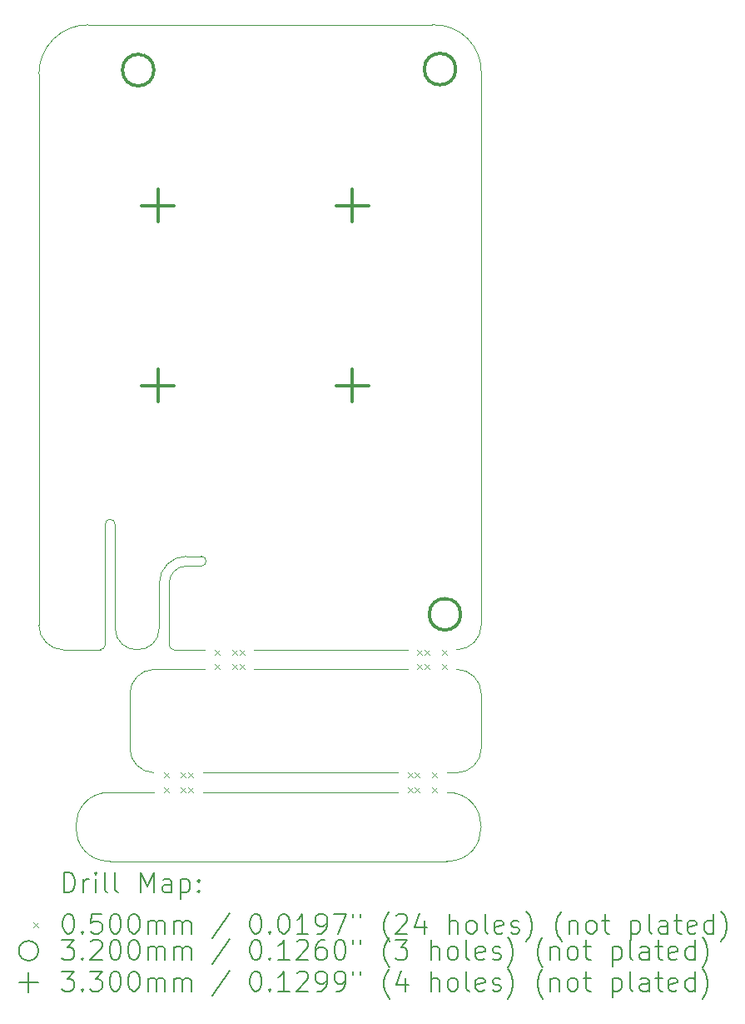
<source format=gbr>
%FSLAX45Y45*%
G04 Gerber Fmt 4.5, Leading zero omitted, Abs format (unit mm)*
G04 Created by KiCad (PCBNEW (6.0.2)) date 2022-08-02 15:31:20*
%MOMM*%
%LPD*%
G01*
G04 APERTURE LIST*
%TA.AperFunction,Profile*%
%ADD10C,0.100000*%
%TD*%
%ADD11C,0.200000*%
%ADD12C,0.050000*%
%ADD13C,0.320000*%
%ADD14C,0.330000*%
G04 APERTURE END LIST*
D10*
X14500000Y-10500000D02*
X14500000Y-16100000D01*
X12190000Y-16550000D02*
X13750000Y-16550000D01*
X10500000Y-10000000D02*
G75*
G03*
X10000000Y-10500000I0J-500000D01*
G01*
X10775000Y-16125000D02*
X10775000Y-15075000D01*
X10625000Y-16350000D02*
G75*
G03*
X10675000Y-16300000I0J50000D01*
G01*
X10000000Y-16100000D02*
X10000000Y-10500000D01*
X11650000Y-15500000D02*
G75*
G03*
X11650000Y-15400000I0J50000D01*
G01*
X10925000Y-17350000D02*
X10925000Y-16800000D01*
X11690000Y-16350000D02*
X11375000Y-16350000D01*
X11500000Y-15500000D02*
X11650000Y-15500000D01*
X11670000Y-17800000D02*
X13650000Y-17800000D01*
X10925000Y-17350000D02*
G75*
G03*
X11170000Y-17600000I250051J0D01*
G01*
X11690000Y-16550000D02*
X11175000Y-16550000D01*
X10725000Y-17800000D02*
G75*
G03*
X10725000Y-18500000I0J-350000D01*
G01*
X13650000Y-17600000D02*
X11670000Y-17600000D01*
X11325000Y-16300000D02*
G75*
G03*
X11375000Y-16350000I50000J0D01*
G01*
X11325000Y-16300000D02*
X11325000Y-15800000D01*
X13750000Y-16350000D02*
X12190000Y-16350000D01*
X11170000Y-17800000D02*
X10725000Y-17800000D01*
X14250000Y-16350000D02*
G75*
G03*
X14500000Y-16100000I0J250000D01*
G01*
X14500000Y-10500000D02*
G75*
G03*
X14000000Y-10000000I-476686J23314D01*
G01*
X11500000Y-15500000D02*
G75*
G03*
X11325000Y-15675000I0J-175000D01*
G01*
X11175000Y-16550000D02*
G75*
G03*
X10925000Y-16800000I0J-250000D01*
G01*
X14250000Y-17600000D02*
G75*
G03*
X14500000Y-17350000I0J250000D01*
G01*
X14500000Y-16800000D02*
G75*
G03*
X14250000Y-16550000I-250000J0D01*
G01*
X11225000Y-16125000D02*
X11225000Y-15675000D01*
X11650000Y-15400000D02*
X11500000Y-15400000D01*
X10500000Y-10000000D02*
X14000000Y-10000000D01*
X14500000Y-16800000D02*
X14500000Y-17350000D01*
X10000000Y-16100000D02*
G75*
G03*
X10250000Y-16350000I250000J0D01*
G01*
X11325000Y-15675000D02*
X11325000Y-15800000D01*
X10675000Y-15075000D02*
X10675000Y-16300000D01*
X10775000Y-15075000D02*
G75*
G03*
X10675000Y-15075000I-50000J0D01*
G01*
X10250000Y-16350000D02*
X10625000Y-16350000D01*
X10775000Y-16125000D02*
G75*
G03*
X11225000Y-16125000I225000J0D01*
G01*
X10725000Y-18500000D02*
X14148500Y-18500000D01*
X14148500Y-18500000D02*
G75*
G03*
X14150000Y-17800000I0J350002D01*
G01*
X11500000Y-15400000D02*
G75*
G03*
X11225000Y-15675000I0J-275000D01*
G01*
X14250000Y-17600000D02*
X14150000Y-17600000D01*
D11*
D12*
X11270000Y-17600000D02*
X11320000Y-17650000D01*
X11320000Y-17600000D02*
X11270000Y-17650000D01*
X11270000Y-17750000D02*
X11320000Y-17800000D01*
X11320000Y-17750000D02*
X11270000Y-17800000D01*
X11445000Y-17600000D02*
X11495000Y-17650000D01*
X11495000Y-17600000D02*
X11445000Y-17650000D01*
X11445000Y-17750000D02*
X11495000Y-17800000D01*
X11495000Y-17750000D02*
X11445000Y-17800000D01*
X11520000Y-17600000D02*
X11570000Y-17650000D01*
X11570000Y-17600000D02*
X11520000Y-17650000D01*
X11520000Y-17750000D02*
X11570000Y-17800000D01*
X11570000Y-17750000D02*
X11520000Y-17800000D01*
X11790000Y-16350000D02*
X11840000Y-16400000D01*
X11840000Y-16350000D02*
X11790000Y-16400000D01*
X11790000Y-16500000D02*
X11840000Y-16550000D01*
X11840000Y-16500000D02*
X11790000Y-16550000D01*
X11965000Y-16350000D02*
X12015000Y-16400000D01*
X12015000Y-16350000D02*
X11965000Y-16400000D01*
X11965000Y-16500000D02*
X12015000Y-16550000D01*
X12015000Y-16500000D02*
X11965000Y-16550000D01*
X12040000Y-16350000D02*
X12090000Y-16400000D01*
X12090000Y-16350000D02*
X12040000Y-16400000D01*
X12040000Y-16500000D02*
X12090000Y-16550000D01*
X12090000Y-16500000D02*
X12040000Y-16550000D01*
X13750000Y-17600000D02*
X13800000Y-17650000D01*
X13800000Y-17600000D02*
X13750000Y-17650000D01*
X13750000Y-17750000D02*
X13800000Y-17800000D01*
X13800000Y-17750000D02*
X13750000Y-17800000D01*
X13825000Y-17600000D02*
X13875000Y-17650000D01*
X13875000Y-17600000D02*
X13825000Y-17650000D01*
X13825000Y-17750000D02*
X13875000Y-17800000D01*
X13875000Y-17750000D02*
X13825000Y-17800000D01*
X13850000Y-16350000D02*
X13900000Y-16400000D01*
X13900000Y-16350000D02*
X13850000Y-16400000D01*
X13850000Y-16500000D02*
X13900000Y-16550000D01*
X13900000Y-16500000D02*
X13850000Y-16550000D01*
X13925000Y-16350000D02*
X13975000Y-16400000D01*
X13975000Y-16350000D02*
X13925000Y-16400000D01*
X13925000Y-16500000D02*
X13975000Y-16550000D01*
X13975000Y-16500000D02*
X13925000Y-16550000D01*
X14000000Y-17600000D02*
X14050000Y-17650000D01*
X14050000Y-17600000D02*
X14000000Y-17650000D01*
X14000000Y-17750000D02*
X14050000Y-17800000D01*
X14050000Y-17750000D02*
X14000000Y-17800000D01*
X14100000Y-16350000D02*
X14150000Y-16400000D01*
X14150000Y-16350000D02*
X14100000Y-16400000D01*
X14100000Y-16500000D02*
X14150000Y-16550000D01*
X14150000Y-16500000D02*
X14100000Y-16550000D01*
D13*
X11170000Y-10460000D02*
G75*
G03*
X11170000Y-10460000I-160000J0D01*
G01*
X14240000Y-10450000D02*
G75*
G03*
X14240000Y-10450000I-160000J0D01*
G01*
X14290000Y-15990000D02*
G75*
G03*
X14290000Y-15990000I-160000J0D01*
G01*
D14*
X11210000Y-11670000D02*
X11210000Y-12000000D01*
X11045000Y-11835000D02*
X11375000Y-11835000D01*
X11210000Y-13500000D02*
X11210000Y-13830000D01*
X11045000Y-13665000D02*
X11375000Y-13665000D01*
X13190000Y-11670000D02*
X13190000Y-12000000D01*
X13025000Y-11835000D02*
X13355000Y-11835000D01*
X13190000Y-13500000D02*
X13190000Y-13830000D01*
X13025000Y-13665000D02*
X13355000Y-13665000D01*
D11*
X10252619Y-18815476D02*
X10252619Y-18615476D01*
X10300238Y-18615476D01*
X10328810Y-18625000D01*
X10347857Y-18644048D01*
X10357381Y-18663095D01*
X10366905Y-18701190D01*
X10366905Y-18729762D01*
X10357381Y-18767857D01*
X10347857Y-18786905D01*
X10328810Y-18805952D01*
X10300238Y-18815476D01*
X10252619Y-18815476D01*
X10452619Y-18815476D02*
X10452619Y-18682143D01*
X10452619Y-18720238D02*
X10462143Y-18701190D01*
X10471667Y-18691667D01*
X10490714Y-18682143D01*
X10509762Y-18682143D01*
X10576429Y-18815476D02*
X10576429Y-18682143D01*
X10576429Y-18615476D02*
X10566905Y-18625000D01*
X10576429Y-18634524D01*
X10585952Y-18625000D01*
X10576429Y-18615476D01*
X10576429Y-18634524D01*
X10700238Y-18815476D02*
X10681190Y-18805952D01*
X10671667Y-18786905D01*
X10671667Y-18615476D01*
X10805000Y-18815476D02*
X10785952Y-18805952D01*
X10776429Y-18786905D01*
X10776429Y-18615476D01*
X11033571Y-18815476D02*
X11033571Y-18615476D01*
X11100238Y-18758333D01*
X11166905Y-18615476D01*
X11166905Y-18815476D01*
X11347857Y-18815476D02*
X11347857Y-18710714D01*
X11338333Y-18691667D01*
X11319286Y-18682143D01*
X11281190Y-18682143D01*
X11262143Y-18691667D01*
X11347857Y-18805952D02*
X11328809Y-18815476D01*
X11281190Y-18815476D01*
X11262143Y-18805952D01*
X11252619Y-18786905D01*
X11252619Y-18767857D01*
X11262143Y-18748810D01*
X11281190Y-18739286D01*
X11328809Y-18739286D01*
X11347857Y-18729762D01*
X11443095Y-18682143D02*
X11443095Y-18882143D01*
X11443095Y-18691667D02*
X11462143Y-18682143D01*
X11500238Y-18682143D01*
X11519286Y-18691667D01*
X11528809Y-18701190D01*
X11538333Y-18720238D01*
X11538333Y-18777381D01*
X11528809Y-18796429D01*
X11519286Y-18805952D01*
X11500238Y-18815476D01*
X11462143Y-18815476D01*
X11443095Y-18805952D01*
X11624048Y-18796429D02*
X11633571Y-18805952D01*
X11624048Y-18815476D01*
X11614524Y-18805952D01*
X11624048Y-18796429D01*
X11624048Y-18815476D01*
X11624048Y-18691667D02*
X11633571Y-18701190D01*
X11624048Y-18710714D01*
X11614524Y-18701190D01*
X11624048Y-18691667D01*
X11624048Y-18710714D01*
D12*
X9945000Y-19120000D02*
X9995000Y-19170000D01*
X9995000Y-19120000D02*
X9945000Y-19170000D01*
D11*
X10290714Y-19035476D02*
X10309762Y-19035476D01*
X10328810Y-19045000D01*
X10338333Y-19054524D01*
X10347857Y-19073571D01*
X10357381Y-19111667D01*
X10357381Y-19159286D01*
X10347857Y-19197381D01*
X10338333Y-19216429D01*
X10328810Y-19225952D01*
X10309762Y-19235476D01*
X10290714Y-19235476D01*
X10271667Y-19225952D01*
X10262143Y-19216429D01*
X10252619Y-19197381D01*
X10243095Y-19159286D01*
X10243095Y-19111667D01*
X10252619Y-19073571D01*
X10262143Y-19054524D01*
X10271667Y-19045000D01*
X10290714Y-19035476D01*
X10443095Y-19216429D02*
X10452619Y-19225952D01*
X10443095Y-19235476D01*
X10433571Y-19225952D01*
X10443095Y-19216429D01*
X10443095Y-19235476D01*
X10633571Y-19035476D02*
X10538333Y-19035476D01*
X10528810Y-19130714D01*
X10538333Y-19121190D01*
X10557381Y-19111667D01*
X10605000Y-19111667D01*
X10624048Y-19121190D01*
X10633571Y-19130714D01*
X10643095Y-19149762D01*
X10643095Y-19197381D01*
X10633571Y-19216429D01*
X10624048Y-19225952D01*
X10605000Y-19235476D01*
X10557381Y-19235476D01*
X10538333Y-19225952D01*
X10528810Y-19216429D01*
X10766905Y-19035476D02*
X10785952Y-19035476D01*
X10805000Y-19045000D01*
X10814524Y-19054524D01*
X10824048Y-19073571D01*
X10833571Y-19111667D01*
X10833571Y-19159286D01*
X10824048Y-19197381D01*
X10814524Y-19216429D01*
X10805000Y-19225952D01*
X10785952Y-19235476D01*
X10766905Y-19235476D01*
X10747857Y-19225952D01*
X10738333Y-19216429D01*
X10728810Y-19197381D01*
X10719286Y-19159286D01*
X10719286Y-19111667D01*
X10728810Y-19073571D01*
X10738333Y-19054524D01*
X10747857Y-19045000D01*
X10766905Y-19035476D01*
X10957381Y-19035476D02*
X10976429Y-19035476D01*
X10995476Y-19045000D01*
X11005000Y-19054524D01*
X11014524Y-19073571D01*
X11024048Y-19111667D01*
X11024048Y-19159286D01*
X11014524Y-19197381D01*
X11005000Y-19216429D01*
X10995476Y-19225952D01*
X10976429Y-19235476D01*
X10957381Y-19235476D01*
X10938333Y-19225952D01*
X10928810Y-19216429D01*
X10919286Y-19197381D01*
X10909762Y-19159286D01*
X10909762Y-19111667D01*
X10919286Y-19073571D01*
X10928810Y-19054524D01*
X10938333Y-19045000D01*
X10957381Y-19035476D01*
X11109762Y-19235476D02*
X11109762Y-19102143D01*
X11109762Y-19121190D02*
X11119286Y-19111667D01*
X11138333Y-19102143D01*
X11166905Y-19102143D01*
X11185952Y-19111667D01*
X11195476Y-19130714D01*
X11195476Y-19235476D01*
X11195476Y-19130714D02*
X11205000Y-19111667D01*
X11224048Y-19102143D01*
X11252619Y-19102143D01*
X11271667Y-19111667D01*
X11281190Y-19130714D01*
X11281190Y-19235476D01*
X11376428Y-19235476D02*
X11376428Y-19102143D01*
X11376428Y-19121190D02*
X11385952Y-19111667D01*
X11405000Y-19102143D01*
X11433571Y-19102143D01*
X11452619Y-19111667D01*
X11462143Y-19130714D01*
X11462143Y-19235476D01*
X11462143Y-19130714D02*
X11471667Y-19111667D01*
X11490714Y-19102143D01*
X11519286Y-19102143D01*
X11538333Y-19111667D01*
X11547857Y-19130714D01*
X11547857Y-19235476D01*
X11938333Y-19025952D02*
X11766905Y-19283095D01*
X12195476Y-19035476D02*
X12214524Y-19035476D01*
X12233571Y-19045000D01*
X12243095Y-19054524D01*
X12252619Y-19073571D01*
X12262143Y-19111667D01*
X12262143Y-19159286D01*
X12252619Y-19197381D01*
X12243095Y-19216429D01*
X12233571Y-19225952D01*
X12214524Y-19235476D01*
X12195476Y-19235476D01*
X12176428Y-19225952D01*
X12166905Y-19216429D01*
X12157381Y-19197381D01*
X12147857Y-19159286D01*
X12147857Y-19111667D01*
X12157381Y-19073571D01*
X12166905Y-19054524D01*
X12176428Y-19045000D01*
X12195476Y-19035476D01*
X12347857Y-19216429D02*
X12357381Y-19225952D01*
X12347857Y-19235476D01*
X12338333Y-19225952D01*
X12347857Y-19216429D01*
X12347857Y-19235476D01*
X12481190Y-19035476D02*
X12500238Y-19035476D01*
X12519286Y-19045000D01*
X12528809Y-19054524D01*
X12538333Y-19073571D01*
X12547857Y-19111667D01*
X12547857Y-19159286D01*
X12538333Y-19197381D01*
X12528809Y-19216429D01*
X12519286Y-19225952D01*
X12500238Y-19235476D01*
X12481190Y-19235476D01*
X12462143Y-19225952D01*
X12452619Y-19216429D01*
X12443095Y-19197381D01*
X12433571Y-19159286D01*
X12433571Y-19111667D01*
X12443095Y-19073571D01*
X12452619Y-19054524D01*
X12462143Y-19045000D01*
X12481190Y-19035476D01*
X12738333Y-19235476D02*
X12624048Y-19235476D01*
X12681190Y-19235476D02*
X12681190Y-19035476D01*
X12662143Y-19064048D01*
X12643095Y-19083095D01*
X12624048Y-19092619D01*
X12833571Y-19235476D02*
X12871667Y-19235476D01*
X12890714Y-19225952D01*
X12900238Y-19216429D01*
X12919286Y-19187857D01*
X12928809Y-19149762D01*
X12928809Y-19073571D01*
X12919286Y-19054524D01*
X12909762Y-19045000D01*
X12890714Y-19035476D01*
X12852619Y-19035476D01*
X12833571Y-19045000D01*
X12824048Y-19054524D01*
X12814524Y-19073571D01*
X12814524Y-19121190D01*
X12824048Y-19140238D01*
X12833571Y-19149762D01*
X12852619Y-19159286D01*
X12890714Y-19159286D01*
X12909762Y-19149762D01*
X12919286Y-19140238D01*
X12928809Y-19121190D01*
X12995476Y-19035476D02*
X13128809Y-19035476D01*
X13043095Y-19235476D01*
X13195476Y-19035476D02*
X13195476Y-19073571D01*
X13271667Y-19035476D02*
X13271667Y-19073571D01*
X13566905Y-19311667D02*
X13557381Y-19302143D01*
X13538333Y-19273571D01*
X13528809Y-19254524D01*
X13519286Y-19225952D01*
X13509762Y-19178333D01*
X13509762Y-19140238D01*
X13519286Y-19092619D01*
X13528809Y-19064048D01*
X13538333Y-19045000D01*
X13557381Y-19016429D01*
X13566905Y-19006905D01*
X13633571Y-19054524D02*
X13643095Y-19045000D01*
X13662143Y-19035476D01*
X13709762Y-19035476D01*
X13728809Y-19045000D01*
X13738333Y-19054524D01*
X13747857Y-19073571D01*
X13747857Y-19092619D01*
X13738333Y-19121190D01*
X13624048Y-19235476D01*
X13747857Y-19235476D01*
X13919286Y-19102143D02*
X13919286Y-19235476D01*
X13871667Y-19025952D02*
X13824048Y-19168810D01*
X13947857Y-19168810D01*
X14176428Y-19235476D02*
X14176428Y-19035476D01*
X14262143Y-19235476D02*
X14262143Y-19130714D01*
X14252619Y-19111667D01*
X14233571Y-19102143D01*
X14205000Y-19102143D01*
X14185952Y-19111667D01*
X14176428Y-19121190D01*
X14385952Y-19235476D02*
X14366905Y-19225952D01*
X14357381Y-19216429D01*
X14347857Y-19197381D01*
X14347857Y-19140238D01*
X14357381Y-19121190D01*
X14366905Y-19111667D01*
X14385952Y-19102143D01*
X14414524Y-19102143D01*
X14433571Y-19111667D01*
X14443095Y-19121190D01*
X14452619Y-19140238D01*
X14452619Y-19197381D01*
X14443095Y-19216429D01*
X14433571Y-19225952D01*
X14414524Y-19235476D01*
X14385952Y-19235476D01*
X14566905Y-19235476D02*
X14547857Y-19225952D01*
X14538333Y-19206905D01*
X14538333Y-19035476D01*
X14719286Y-19225952D02*
X14700238Y-19235476D01*
X14662143Y-19235476D01*
X14643095Y-19225952D01*
X14633571Y-19206905D01*
X14633571Y-19130714D01*
X14643095Y-19111667D01*
X14662143Y-19102143D01*
X14700238Y-19102143D01*
X14719286Y-19111667D01*
X14728809Y-19130714D01*
X14728809Y-19149762D01*
X14633571Y-19168810D01*
X14805000Y-19225952D02*
X14824048Y-19235476D01*
X14862143Y-19235476D01*
X14881190Y-19225952D01*
X14890714Y-19206905D01*
X14890714Y-19197381D01*
X14881190Y-19178333D01*
X14862143Y-19168810D01*
X14833571Y-19168810D01*
X14814524Y-19159286D01*
X14805000Y-19140238D01*
X14805000Y-19130714D01*
X14814524Y-19111667D01*
X14833571Y-19102143D01*
X14862143Y-19102143D01*
X14881190Y-19111667D01*
X14957381Y-19311667D02*
X14966905Y-19302143D01*
X14985952Y-19273571D01*
X14995476Y-19254524D01*
X15005000Y-19225952D01*
X15014524Y-19178333D01*
X15014524Y-19140238D01*
X15005000Y-19092619D01*
X14995476Y-19064048D01*
X14985952Y-19045000D01*
X14966905Y-19016429D01*
X14957381Y-19006905D01*
X15319286Y-19311667D02*
X15309762Y-19302143D01*
X15290714Y-19273571D01*
X15281190Y-19254524D01*
X15271667Y-19225952D01*
X15262143Y-19178333D01*
X15262143Y-19140238D01*
X15271667Y-19092619D01*
X15281190Y-19064048D01*
X15290714Y-19045000D01*
X15309762Y-19016429D01*
X15319286Y-19006905D01*
X15395476Y-19102143D02*
X15395476Y-19235476D01*
X15395476Y-19121190D02*
X15405000Y-19111667D01*
X15424048Y-19102143D01*
X15452619Y-19102143D01*
X15471667Y-19111667D01*
X15481190Y-19130714D01*
X15481190Y-19235476D01*
X15605000Y-19235476D02*
X15585952Y-19225952D01*
X15576428Y-19216429D01*
X15566905Y-19197381D01*
X15566905Y-19140238D01*
X15576428Y-19121190D01*
X15585952Y-19111667D01*
X15605000Y-19102143D01*
X15633571Y-19102143D01*
X15652619Y-19111667D01*
X15662143Y-19121190D01*
X15671667Y-19140238D01*
X15671667Y-19197381D01*
X15662143Y-19216429D01*
X15652619Y-19225952D01*
X15633571Y-19235476D01*
X15605000Y-19235476D01*
X15728809Y-19102143D02*
X15805000Y-19102143D01*
X15757381Y-19035476D02*
X15757381Y-19206905D01*
X15766905Y-19225952D01*
X15785952Y-19235476D01*
X15805000Y-19235476D01*
X16024048Y-19102143D02*
X16024048Y-19302143D01*
X16024048Y-19111667D02*
X16043095Y-19102143D01*
X16081190Y-19102143D01*
X16100238Y-19111667D01*
X16109762Y-19121190D01*
X16119286Y-19140238D01*
X16119286Y-19197381D01*
X16109762Y-19216429D01*
X16100238Y-19225952D01*
X16081190Y-19235476D01*
X16043095Y-19235476D01*
X16024048Y-19225952D01*
X16233571Y-19235476D02*
X16214524Y-19225952D01*
X16205000Y-19206905D01*
X16205000Y-19035476D01*
X16395476Y-19235476D02*
X16395476Y-19130714D01*
X16385952Y-19111667D01*
X16366905Y-19102143D01*
X16328809Y-19102143D01*
X16309762Y-19111667D01*
X16395476Y-19225952D02*
X16376428Y-19235476D01*
X16328809Y-19235476D01*
X16309762Y-19225952D01*
X16300238Y-19206905D01*
X16300238Y-19187857D01*
X16309762Y-19168810D01*
X16328809Y-19159286D01*
X16376428Y-19159286D01*
X16395476Y-19149762D01*
X16462143Y-19102143D02*
X16538333Y-19102143D01*
X16490714Y-19035476D02*
X16490714Y-19206905D01*
X16500238Y-19225952D01*
X16519286Y-19235476D01*
X16538333Y-19235476D01*
X16681190Y-19225952D02*
X16662143Y-19235476D01*
X16624048Y-19235476D01*
X16605000Y-19225952D01*
X16595476Y-19206905D01*
X16595476Y-19130714D01*
X16605000Y-19111667D01*
X16624048Y-19102143D01*
X16662143Y-19102143D01*
X16681190Y-19111667D01*
X16690714Y-19130714D01*
X16690714Y-19149762D01*
X16595476Y-19168810D01*
X16862143Y-19235476D02*
X16862143Y-19035476D01*
X16862143Y-19225952D02*
X16843095Y-19235476D01*
X16805000Y-19235476D01*
X16785952Y-19225952D01*
X16776428Y-19216429D01*
X16766905Y-19197381D01*
X16766905Y-19140238D01*
X16776428Y-19121190D01*
X16785952Y-19111667D01*
X16805000Y-19102143D01*
X16843095Y-19102143D01*
X16862143Y-19111667D01*
X16938333Y-19311667D02*
X16947857Y-19302143D01*
X16966905Y-19273571D01*
X16976429Y-19254524D01*
X16985952Y-19225952D01*
X16995476Y-19178333D01*
X16995476Y-19140238D01*
X16985952Y-19092619D01*
X16976429Y-19064048D01*
X16966905Y-19045000D01*
X16947857Y-19016429D01*
X16938333Y-19006905D01*
X9995000Y-19409000D02*
G75*
G03*
X9995000Y-19409000I-100000J0D01*
G01*
X10233571Y-19299476D02*
X10357381Y-19299476D01*
X10290714Y-19375667D01*
X10319286Y-19375667D01*
X10338333Y-19385190D01*
X10347857Y-19394714D01*
X10357381Y-19413762D01*
X10357381Y-19461381D01*
X10347857Y-19480429D01*
X10338333Y-19489952D01*
X10319286Y-19499476D01*
X10262143Y-19499476D01*
X10243095Y-19489952D01*
X10233571Y-19480429D01*
X10443095Y-19480429D02*
X10452619Y-19489952D01*
X10443095Y-19499476D01*
X10433571Y-19489952D01*
X10443095Y-19480429D01*
X10443095Y-19499476D01*
X10528810Y-19318524D02*
X10538333Y-19309000D01*
X10557381Y-19299476D01*
X10605000Y-19299476D01*
X10624048Y-19309000D01*
X10633571Y-19318524D01*
X10643095Y-19337571D01*
X10643095Y-19356619D01*
X10633571Y-19385190D01*
X10519286Y-19499476D01*
X10643095Y-19499476D01*
X10766905Y-19299476D02*
X10785952Y-19299476D01*
X10805000Y-19309000D01*
X10814524Y-19318524D01*
X10824048Y-19337571D01*
X10833571Y-19375667D01*
X10833571Y-19423286D01*
X10824048Y-19461381D01*
X10814524Y-19480429D01*
X10805000Y-19489952D01*
X10785952Y-19499476D01*
X10766905Y-19499476D01*
X10747857Y-19489952D01*
X10738333Y-19480429D01*
X10728810Y-19461381D01*
X10719286Y-19423286D01*
X10719286Y-19375667D01*
X10728810Y-19337571D01*
X10738333Y-19318524D01*
X10747857Y-19309000D01*
X10766905Y-19299476D01*
X10957381Y-19299476D02*
X10976429Y-19299476D01*
X10995476Y-19309000D01*
X11005000Y-19318524D01*
X11014524Y-19337571D01*
X11024048Y-19375667D01*
X11024048Y-19423286D01*
X11014524Y-19461381D01*
X11005000Y-19480429D01*
X10995476Y-19489952D01*
X10976429Y-19499476D01*
X10957381Y-19499476D01*
X10938333Y-19489952D01*
X10928810Y-19480429D01*
X10919286Y-19461381D01*
X10909762Y-19423286D01*
X10909762Y-19375667D01*
X10919286Y-19337571D01*
X10928810Y-19318524D01*
X10938333Y-19309000D01*
X10957381Y-19299476D01*
X11109762Y-19499476D02*
X11109762Y-19366143D01*
X11109762Y-19385190D02*
X11119286Y-19375667D01*
X11138333Y-19366143D01*
X11166905Y-19366143D01*
X11185952Y-19375667D01*
X11195476Y-19394714D01*
X11195476Y-19499476D01*
X11195476Y-19394714D02*
X11205000Y-19375667D01*
X11224048Y-19366143D01*
X11252619Y-19366143D01*
X11271667Y-19375667D01*
X11281190Y-19394714D01*
X11281190Y-19499476D01*
X11376428Y-19499476D02*
X11376428Y-19366143D01*
X11376428Y-19385190D02*
X11385952Y-19375667D01*
X11405000Y-19366143D01*
X11433571Y-19366143D01*
X11452619Y-19375667D01*
X11462143Y-19394714D01*
X11462143Y-19499476D01*
X11462143Y-19394714D02*
X11471667Y-19375667D01*
X11490714Y-19366143D01*
X11519286Y-19366143D01*
X11538333Y-19375667D01*
X11547857Y-19394714D01*
X11547857Y-19499476D01*
X11938333Y-19289952D02*
X11766905Y-19547095D01*
X12195476Y-19299476D02*
X12214524Y-19299476D01*
X12233571Y-19309000D01*
X12243095Y-19318524D01*
X12252619Y-19337571D01*
X12262143Y-19375667D01*
X12262143Y-19423286D01*
X12252619Y-19461381D01*
X12243095Y-19480429D01*
X12233571Y-19489952D01*
X12214524Y-19499476D01*
X12195476Y-19499476D01*
X12176428Y-19489952D01*
X12166905Y-19480429D01*
X12157381Y-19461381D01*
X12147857Y-19423286D01*
X12147857Y-19375667D01*
X12157381Y-19337571D01*
X12166905Y-19318524D01*
X12176428Y-19309000D01*
X12195476Y-19299476D01*
X12347857Y-19480429D02*
X12357381Y-19489952D01*
X12347857Y-19499476D01*
X12338333Y-19489952D01*
X12347857Y-19480429D01*
X12347857Y-19499476D01*
X12547857Y-19499476D02*
X12433571Y-19499476D01*
X12490714Y-19499476D02*
X12490714Y-19299476D01*
X12471667Y-19328048D01*
X12452619Y-19347095D01*
X12433571Y-19356619D01*
X12624048Y-19318524D02*
X12633571Y-19309000D01*
X12652619Y-19299476D01*
X12700238Y-19299476D01*
X12719286Y-19309000D01*
X12728809Y-19318524D01*
X12738333Y-19337571D01*
X12738333Y-19356619D01*
X12728809Y-19385190D01*
X12614524Y-19499476D01*
X12738333Y-19499476D01*
X12909762Y-19299476D02*
X12871667Y-19299476D01*
X12852619Y-19309000D01*
X12843095Y-19318524D01*
X12824048Y-19347095D01*
X12814524Y-19385190D01*
X12814524Y-19461381D01*
X12824048Y-19480429D01*
X12833571Y-19489952D01*
X12852619Y-19499476D01*
X12890714Y-19499476D01*
X12909762Y-19489952D01*
X12919286Y-19480429D01*
X12928809Y-19461381D01*
X12928809Y-19413762D01*
X12919286Y-19394714D01*
X12909762Y-19385190D01*
X12890714Y-19375667D01*
X12852619Y-19375667D01*
X12833571Y-19385190D01*
X12824048Y-19394714D01*
X12814524Y-19413762D01*
X13052619Y-19299476D02*
X13071667Y-19299476D01*
X13090714Y-19309000D01*
X13100238Y-19318524D01*
X13109762Y-19337571D01*
X13119286Y-19375667D01*
X13119286Y-19423286D01*
X13109762Y-19461381D01*
X13100238Y-19480429D01*
X13090714Y-19489952D01*
X13071667Y-19499476D01*
X13052619Y-19499476D01*
X13033571Y-19489952D01*
X13024048Y-19480429D01*
X13014524Y-19461381D01*
X13005000Y-19423286D01*
X13005000Y-19375667D01*
X13014524Y-19337571D01*
X13024048Y-19318524D01*
X13033571Y-19309000D01*
X13052619Y-19299476D01*
X13195476Y-19299476D02*
X13195476Y-19337571D01*
X13271667Y-19299476D02*
X13271667Y-19337571D01*
X13566905Y-19575667D02*
X13557381Y-19566143D01*
X13538333Y-19537571D01*
X13528809Y-19518524D01*
X13519286Y-19489952D01*
X13509762Y-19442333D01*
X13509762Y-19404238D01*
X13519286Y-19356619D01*
X13528809Y-19328048D01*
X13538333Y-19309000D01*
X13557381Y-19280429D01*
X13566905Y-19270905D01*
X13624048Y-19299476D02*
X13747857Y-19299476D01*
X13681190Y-19375667D01*
X13709762Y-19375667D01*
X13728809Y-19385190D01*
X13738333Y-19394714D01*
X13747857Y-19413762D01*
X13747857Y-19461381D01*
X13738333Y-19480429D01*
X13728809Y-19489952D01*
X13709762Y-19499476D01*
X13652619Y-19499476D01*
X13633571Y-19489952D01*
X13624048Y-19480429D01*
X13985952Y-19499476D02*
X13985952Y-19299476D01*
X14071667Y-19499476D02*
X14071667Y-19394714D01*
X14062143Y-19375667D01*
X14043095Y-19366143D01*
X14014524Y-19366143D01*
X13995476Y-19375667D01*
X13985952Y-19385190D01*
X14195476Y-19499476D02*
X14176428Y-19489952D01*
X14166905Y-19480429D01*
X14157381Y-19461381D01*
X14157381Y-19404238D01*
X14166905Y-19385190D01*
X14176428Y-19375667D01*
X14195476Y-19366143D01*
X14224048Y-19366143D01*
X14243095Y-19375667D01*
X14252619Y-19385190D01*
X14262143Y-19404238D01*
X14262143Y-19461381D01*
X14252619Y-19480429D01*
X14243095Y-19489952D01*
X14224048Y-19499476D01*
X14195476Y-19499476D01*
X14376428Y-19499476D02*
X14357381Y-19489952D01*
X14347857Y-19470905D01*
X14347857Y-19299476D01*
X14528809Y-19489952D02*
X14509762Y-19499476D01*
X14471667Y-19499476D01*
X14452619Y-19489952D01*
X14443095Y-19470905D01*
X14443095Y-19394714D01*
X14452619Y-19375667D01*
X14471667Y-19366143D01*
X14509762Y-19366143D01*
X14528809Y-19375667D01*
X14538333Y-19394714D01*
X14538333Y-19413762D01*
X14443095Y-19432810D01*
X14614524Y-19489952D02*
X14633571Y-19499476D01*
X14671667Y-19499476D01*
X14690714Y-19489952D01*
X14700238Y-19470905D01*
X14700238Y-19461381D01*
X14690714Y-19442333D01*
X14671667Y-19432810D01*
X14643095Y-19432810D01*
X14624048Y-19423286D01*
X14614524Y-19404238D01*
X14614524Y-19394714D01*
X14624048Y-19375667D01*
X14643095Y-19366143D01*
X14671667Y-19366143D01*
X14690714Y-19375667D01*
X14766905Y-19575667D02*
X14776428Y-19566143D01*
X14795476Y-19537571D01*
X14805000Y-19518524D01*
X14814524Y-19489952D01*
X14824048Y-19442333D01*
X14824048Y-19404238D01*
X14814524Y-19356619D01*
X14805000Y-19328048D01*
X14795476Y-19309000D01*
X14776428Y-19280429D01*
X14766905Y-19270905D01*
X15128809Y-19575667D02*
X15119286Y-19566143D01*
X15100238Y-19537571D01*
X15090714Y-19518524D01*
X15081190Y-19489952D01*
X15071667Y-19442333D01*
X15071667Y-19404238D01*
X15081190Y-19356619D01*
X15090714Y-19328048D01*
X15100238Y-19309000D01*
X15119286Y-19280429D01*
X15128809Y-19270905D01*
X15205000Y-19366143D02*
X15205000Y-19499476D01*
X15205000Y-19385190D02*
X15214524Y-19375667D01*
X15233571Y-19366143D01*
X15262143Y-19366143D01*
X15281190Y-19375667D01*
X15290714Y-19394714D01*
X15290714Y-19499476D01*
X15414524Y-19499476D02*
X15395476Y-19489952D01*
X15385952Y-19480429D01*
X15376428Y-19461381D01*
X15376428Y-19404238D01*
X15385952Y-19385190D01*
X15395476Y-19375667D01*
X15414524Y-19366143D01*
X15443095Y-19366143D01*
X15462143Y-19375667D01*
X15471667Y-19385190D01*
X15481190Y-19404238D01*
X15481190Y-19461381D01*
X15471667Y-19480429D01*
X15462143Y-19489952D01*
X15443095Y-19499476D01*
X15414524Y-19499476D01*
X15538333Y-19366143D02*
X15614524Y-19366143D01*
X15566905Y-19299476D02*
X15566905Y-19470905D01*
X15576428Y-19489952D01*
X15595476Y-19499476D01*
X15614524Y-19499476D01*
X15833571Y-19366143D02*
X15833571Y-19566143D01*
X15833571Y-19375667D02*
X15852619Y-19366143D01*
X15890714Y-19366143D01*
X15909762Y-19375667D01*
X15919286Y-19385190D01*
X15928809Y-19404238D01*
X15928809Y-19461381D01*
X15919286Y-19480429D01*
X15909762Y-19489952D01*
X15890714Y-19499476D01*
X15852619Y-19499476D01*
X15833571Y-19489952D01*
X16043095Y-19499476D02*
X16024048Y-19489952D01*
X16014524Y-19470905D01*
X16014524Y-19299476D01*
X16205000Y-19499476D02*
X16205000Y-19394714D01*
X16195476Y-19375667D01*
X16176428Y-19366143D01*
X16138333Y-19366143D01*
X16119286Y-19375667D01*
X16205000Y-19489952D02*
X16185952Y-19499476D01*
X16138333Y-19499476D01*
X16119286Y-19489952D01*
X16109762Y-19470905D01*
X16109762Y-19451857D01*
X16119286Y-19432810D01*
X16138333Y-19423286D01*
X16185952Y-19423286D01*
X16205000Y-19413762D01*
X16271667Y-19366143D02*
X16347857Y-19366143D01*
X16300238Y-19299476D02*
X16300238Y-19470905D01*
X16309762Y-19489952D01*
X16328809Y-19499476D01*
X16347857Y-19499476D01*
X16490714Y-19489952D02*
X16471667Y-19499476D01*
X16433571Y-19499476D01*
X16414524Y-19489952D01*
X16405000Y-19470905D01*
X16405000Y-19394714D01*
X16414524Y-19375667D01*
X16433571Y-19366143D01*
X16471667Y-19366143D01*
X16490714Y-19375667D01*
X16500238Y-19394714D01*
X16500238Y-19413762D01*
X16405000Y-19432810D01*
X16671667Y-19499476D02*
X16671667Y-19299476D01*
X16671667Y-19489952D02*
X16652619Y-19499476D01*
X16614524Y-19499476D01*
X16595476Y-19489952D01*
X16585952Y-19480429D01*
X16576428Y-19461381D01*
X16576428Y-19404238D01*
X16585952Y-19385190D01*
X16595476Y-19375667D01*
X16614524Y-19366143D01*
X16652619Y-19366143D01*
X16671667Y-19375667D01*
X16747857Y-19575667D02*
X16757381Y-19566143D01*
X16776428Y-19537571D01*
X16785952Y-19518524D01*
X16795476Y-19489952D01*
X16805000Y-19442333D01*
X16805000Y-19404238D01*
X16795476Y-19356619D01*
X16785952Y-19328048D01*
X16776428Y-19309000D01*
X16757381Y-19280429D01*
X16747857Y-19270905D01*
X9895000Y-19629000D02*
X9895000Y-19829000D01*
X9795000Y-19729000D02*
X9995000Y-19729000D01*
X10233571Y-19619476D02*
X10357381Y-19619476D01*
X10290714Y-19695667D01*
X10319286Y-19695667D01*
X10338333Y-19705190D01*
X10347857Y-19714714D01*
X10357381Y-19733762D01*
X10357381Y-19781381D01*
X10347857Y-19800429D01*
X10338333Y-19809952D01*
X10319286Y-19819476D01*
X10262143Y-19819476D01*
X10243095Y-19809952D01*
X10233571Y-19800429D01*
X10443095Y-19800429D02*
X10452619Y-19809952D01*
X10443095Y-19819476D01*
X10433571Y-19809952D01*
X10443095Y-19800429D01*
X10443095Y-19819476D01*
X10519286Y-19619476D02*
X10643095Y-19619476D01*
X10576429Y-19695667D01*
X10605000Y-19695667D01*
X10624048Y-19705190D01*
X10633571Y-19714714D01*
X10643095Y-19733762D01*
X10643095Y-19781381D01*
X10633571Y-19800429D01*
X10624048Y-19809952D01*
X10605000Y-19819476D01*
X10547857Y-19819476D01*
X10528810Y-19809952D01*
X10519286Y-19800429D01*
X10766905Y-19619476D02*
X10785952Y-19619476D01*
X10805000Y-19629000D01*
X10814524Y-19638524D01*
X10824048Y-19657571D01*
X10833571Y-19695667D01*
X10833571Y-19743286D01*
X10824048Y-19781381D01*
X10814524Y-19800429D01*
X10805000Y-19809952D01*
X10785952Y-19819476D01*
X10766905Y-19819476D01*
X10747857Y-19809952D01*
X10738333Y-19800429D01*
X10728810Y-19781381D01*
X10719286Y-19743286D01*
X10719286Y-19695667D01*
X10728810Y-19657571D01*
X10738333Y-19638524D01*
X10747857Y-19629000D01*
X10766905Y-19619476D01*
X10957381Y-19619476D02*
X10976429Y-19619476D01*
X10995476Y-19629000D01*
X11005000Y-19638524D01*
X11014524Y-19657571D01*
X11024048Y-19695667D01*
X11024048Y-19743286D01*
X11014524Y-19781381D01*
X11005000Y-19800429D01*
X10995476Y-19809952D01*
X10976429Y-19819476D01*
X10957381Y-19819476D01*
X10938333Y-19809952D01*
X10928810Y-19800429D01*
X10919286Y-19781381D01*
X10909762Y-19743286D01*
X10909762Y-19695667D01*
X10919286Y-19657571D01*
X10928810Y-19638524D01*
X10938333Y-19629000D01*
X10957381Y-19619476D01*
X11109762Y-19819476D02*
X11109762Y-19686143D01*
X11109762Y-19705190D02*
X11119286Y-19695667D01*
X11138333Y-19686143D01*
X11166905Y-19686143D01*
X11185952Y-19695667D01*
X11195476Y-19714714D01*
X11195476Y-19819476D01*
X11195476Y-19714714D02*
X11205000Y-19695667D01*
X11224048Y-19686143D01*
X11252619Y-19686143D01*
X11271667Y-19695667D01*
X11281190Y-19714714D01*
X11281190Y-19819476D01*
X11376428Y-19819476D02*
X11376428Y-19686143D01*
X11376428Y-19705190D02*
X11385952Y-19695667D01*
X11405000Y-19686143D01*
X11433571Y-19686143D01*
X11452619Y-19695667D01*
X11462143Y-19714714D01*
X11462143Y-19819476D01*
X11462143Y-19714714D02*
X11471667Y-19695667D01*
X11490714Y-19686143D01*
X11519286Y-19686143D01*
X11538333Y-19695667D01*
X11547857Y-19714714D01*
X11547857Y-19819476D01*
X11938333Y-19609952D02*
X11766905Y-19867095D01*
X12195476Y-19619476D02*
X12214524Y-19619476D01*
X12233571Y-19629000D01*
X12243095Y-19638524D01*
X12252619Y-19657571D01*
X12262143Y-19695667D01*
X12262143Y-19743286D01*
X12252619Y-19781381D01*
X12243095Y-19800429D01*
X12233571Y-19809952D01*
X12214524Y-19819476D01*
X12195476Y-19819476D01*
X12176428Y-19809952D01*
X12166905Y-19800429D01*
X12157381Y-19781381D01*
X12147857Y-19743286D01*
X12147857Y-19695667D01*
X12157381Y-19657571D01*
X12166905Y-19638524D01*
X12176428Y-19629000D01*
X12195476Y-19619476D01*
X12347857Y-19800429D02*
X12357381Y-19809952D01*
X12347857Y-19819476D01*
X12338333Y-19809952D01*
X12347857Y-19800429D01*
X12347857Y-19819476D01*
X12547857Y-19819476D02*
X12433571Y-19819476D01*
X12490714Y-19819476D02*
X12490714Y-19619476D01*
X12471667Y-19648048D01*
X12452619Y-19667095D01*
X12433571Y-19676619D01*
X12624048Y-19638524D02*
X12633571Y-19629000D01*
X12652619Y-19619476D01*
X12700238Y-19619476D01*
X12719286Y-19629000D01*
X12728809Y-19638524D01*
X12738333Y-19657571D01*
X12738333Y-19676619D01*
X12728809Y-19705190D01*
X12614524Y-19819476D01*
X12738333Y-19819476D01*
X12833571Y-19819476D02*
X12871667Y-19819476D01*
X12890714Y-19809952D01*
X12900238Y-19800429D01*
X12919286Y-19771857D01*
X12928809Y-19733762D01*
X12928809Y-19657571D01*
X12919286Y-19638524D01*
X12909762Y-19629000D01*
X12890714Y-19619476D01*
X12852619Y-19619476D01*
X12833571Y-19629000D01*
X12824048Y-19638524D01*
X12814524Y-19657571D01*
X12814524Y-19705190D01*
X12824048Y-19724238D01*
X12833571Y-19733762D01*
X12852619Y-19743286D01*
X12890714Y-19743286D01*
X12909762Y-19733762D01*
X12919286Y-19724238D01*
X12928809Y-19705190D01*
X13024048Y-19819476D02*
X13062143Y-19819476D01*
X13081190Y-19809952D01*
X13090714Y-19800429D01*
X13109762Y-19771857D01*
X13119286Y-19733762D01*
X13119286Y-19657571D01*
X13109762Y-19638524D01*
X13100238Y-19629000D01*
X13081190Y-19619476D01*
X13043095Y-19619476D01*
X13024048Y-19629000D01*
X13014524Y-19638524D01*
X13005000Y-19657571D01*
X13005000Y-19705190D01*
X13014524Y-19724238D01*
X13024048Y-19733762D01*
X13043095Y-19743286D01*
X13081190Y-19743286D01*
X13100238Y-19733762D01*
X13109762Y-19724238D01*
X13119286Y-19705190D01*
X13195476Y-19619476D02*
X13195476Y-19657571D01*
X13271667Y-19619476D02*
X13271667Y-19657571D01*
X13566905Y-19895667D02*
X13557381Y-19886143D01*
X13538333Y-19857571D01*
X13528809Y-19838524D01*
X13519286Y-19809952D01*
X13509762Y-19762333D01*
X13509762Y-19724238D01*
X13519286Y-19676619D01*
X13528809Y-19648048D01*
X13538333Y-19629000D01*
X13557381Y-19600429D01*
X13566905Y-19590905D01*
X13728809Y-19686143D02*
X13728809Y-19819476D01*
X13681190Y-19609952D02*
X13633571Y-19752810D01*
X13757381Y-19752810D01*
X13985952Y-19819476D02*
X13985952Y-19619476D01*
X14071667Y-19819476D02*
X14071667Y-19714714D01*
X14062143Y-19695667D01*
X14043095Y-19686143D01*
X14014524Y-19686143D01*
X13995476Y-19695667D01*
X13985952Y-19705190D01*
X14195476Y-19819476D02*
X14176428Y-19809952D01*
X14166905Y-19800429D01*
X14157381Y-19781381D01*
X14157381Y-19724238D01*
X14166905Y-19705190D01*
X14176428Y-19695667D01*
X14195476Y-19686143D01*
X14224048Y-19686143D01*
X14243095Y-19695667D01*
X14252619Y-19705190D01*
X14262143Y-19724238D01*
X14262143Y-19781381D01*
X14252619Y-19800429D01*
X14243095Y-19809952D01*
X14224048Y-19819476D01*
X14195476Y-19819476D01*
X14376428Y-19819476D02*
X14357381Y-19809952D01*
X14347857Y-19790905D01*
X14347857Y-19619476D01*
X14528809Y-19809952D02*
X14509762Y-19819476D01*
X14471667Y-19819476D01*
X14452619Y-19809952D01*
X14443095Y-19790905D01*
X14443095Y-19714714D01*
X14452619Y-19695667D01*
X14471667Y-19686143D01*
X14509762Y-19686143D01*
X14528809Y-19695667D01*
X14538333Y-19714714D01*
X14538333Y-19733762D01*
X14443095Y-19752810D01*
X14614524Y-19809952D02*
X14633571Y-19819476D01*
X14671667Y-19819476D01*
X14690714Y-19809952D01*
X14700238Y-19790905D01*
X14700238Y-19781381D01*
X14690714Y-19762333D01*
X14671667Y-19752810D01*
X14643095Y-19752810D01*
X14624048Y-19743286D01*
X14614524Y-19724238D01*
X14614524Y-19714714D01*
X14624048Y-19695667D01*
X14643095Y-19686143D01*
X14671667Y-19686143D01*
X14690714Y-19695667D01*
X14766905Y-19895667D02*
X14776428Y-19886143D01*
X14795476Y-19857571D01*
X14805000Y-19838524D01*
X14814524Y-19809952D01*
X14824048Y-19762333D01*
X14824048Y-19724238D01*
X14814524Y-19676619D01*
X14805000Y-19648048D01*
X14795476Y-19629000D01*
X14776428Y-19600429D01*
X14766905Y-19590905D01*
X15128809Y-19895667D02*
X15119286Y-19886143D01*
X15100238Y-19857571D01*
X15090714Y-19838524D01*
X15081190Y-19809952D01*
X15071667Y-19762333D01*
X15071667Y-19724238D01*
X15081190Y-19676619D01*
X15090714Y-19648048D01*
X15100238Y-19629000D01*
X15119286Y-19600429D01*
X15128809Y-19590905D01*
X15205000Y-19686143D02*
X15205000Y-19819476D01*
X15205000Y-19705190D02*
X15214524Y-19695667D01*
X15233571Y-19686143D01*
X15262143Y-19686143D01*
X15281190Y-19695667D01*
X15290714Y-19714714D01*
X15290714Y-19819476D01*
X15414524Y-19819476D02*
X15395476Y-19809952D01*
X15385952Y-19800429D01*
X15376428Y-19781381D01*
X15376428Y-19724238D01*
X15385952Y-19705190D01*
X15395476Y-19695667D01*
X15414524Y-19686143D01*
X15443095Y-19686143D01*
X15462143Y-19695667D01*
X15471667Y-19705190D01*
X15481190Y-19724238D01*
X15481190Y-19781381D01*
X15471667Y-19800429D01*
X15462143Y-19809952D01*
X15443095Y-19819476D01*
X15414524Y-19819476D01*
X15538333Y-19686143D02*
X15614524Y-19686143D01*
X15566905Y-19619476D02*
X15566905Y-19790905D01*
X15576428Y-19809952D01*
X15595476Y-19819476D01*
X15614524Y-19819476D01*
X15833571Y-19686143D02*
X15833571Y-19886143D01*
X15833571Y-19695667D02*
X15852619Y-19686143D01*
X15890714Y-19686143D01*
X15909762Y-19695667D01*
X15919286Y-19705190D01*
X15928809Y-19724238D01*
X15928809Y-19781381D01*
X15919286Y-19800429D01*
X15909762Y-19809952D01*
X15890714Y-19819476D01*
X15852619Y-19819476D01*
X15833571Y-19809952D01*
X16043095Y-19819476D02*
X16024048Y-19809952D01*
X16014524Y-19790905D01*
X16014524Y-19619476D01*
X16205000Y-19819476D02*
X16205000Y-19714714D01*
X16195476Y-19695667D01*
X16176428Y-19686143D01*
X16138333Y-19686143D01*
X16119286Y-19695667D01*
X16205000Y-19809952D02*
X16185952Y-19819476D01*
X16138333Y-19819476D01*
X16119286Y-19809952D01*
X16109762Y-19790905D01*
X16109762Y-19771857D01*
X16119286Y-19752810D01*
X16138333Y-19743286D01*
X16185952Y-19743286D01*
X16205000Y-19733762D01*
X16271667Y-19686143D02*
X16347857Y-19686143D01*
X16300238Y-19619476D02*
X16300238Y-19790905D01*
X16309762Y-19809952D01*
X16328809Y-19819476D01*
X16347857Y-19819476D01*
X16490714Y-19809952D02*
X16471667Y-19819476D01*
X16433571Y-19819476D01*
X16414524Y-19809952D01*
X16405000Y-19790905D01*
X16405000Y-19714714D01*
X16414524Y-19695667D01*
X16433571Y-19686143D01*
X16471667Y-19686143D01*
X16490714Y-19695667D01*
X16500238Y-19714714D01*
X16500238Y-19733762D01*
X16405000Y-19752810D01*
X16671667Y-19819476D02*
X16671667Y-19619476D01*
X16671667Y-19809952D02*
X16652619Y-19819476D01*
X16614524Y-19819476D01*
X16595476Y-19809952D01*
X16585952Y-19800429D01*
X16576428Y-19781381D01*
X16576428Y-19724238D01*
X16585952Y-19705190D01*
X16595476Y-19695667D01*
X16614524Y-19686143D01*
X16652619Y-19686143D01*
X16671667Y-19695667D01*
X16747857Y-19895667D02*
X16757381Y-19886143D01*
X16776428Y-19857571D01*
X16785952Y-19838524D01*
X16795476Y-19809952D01*
X16805000Y-19762333D01*
X16805000Y-19724238D01*
X16795476Y-19676619D01*
X16785952Y-19648048D01*
X16776428Y-19629000D01*
X16757381Y-19600429D01*
X16747857Y-19590905D01*
M02*

</source>
